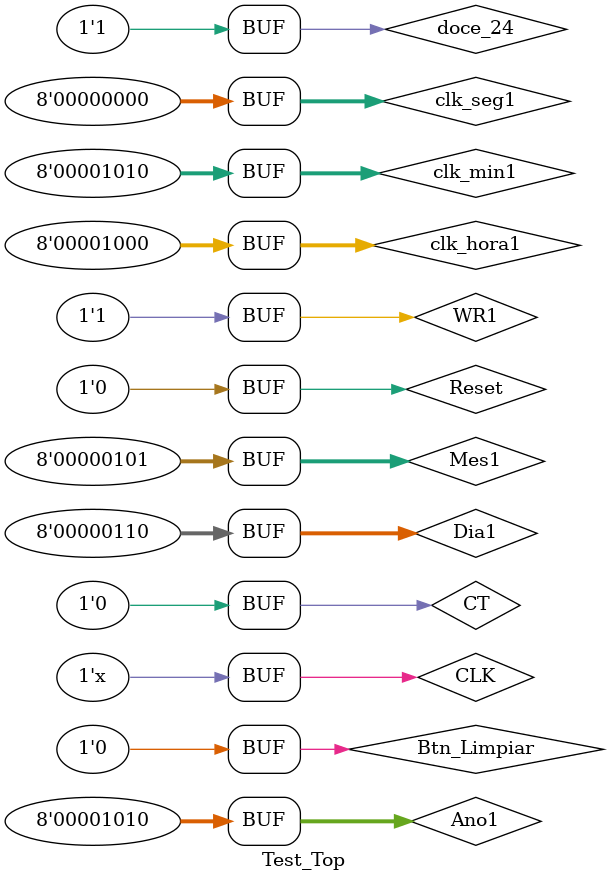
<source format=v>
`timescale 1ns / 1ps


module Test_Top;

	// Inputs
	reg CLK;
	reg Reset;
	reg WR1;
	reg CT;
	reg doce_24;
	reg Btn_Limpiar;
	reg [7:0] clk_seg1;
	reg [7:0] clk_min1;
	reg [7:0] clk_hora1;
	reg [7:0] Mes1;
	reg [7:0] Dia1;
	reg [7:0] Ano1;

	// Outputs
	wire [7:0] Mes2;
	wire [7:0] Dia2;
	wire [7:0] Ano2;
	wire [7:0] Seg2;
	wire [7:0] Min2;
	wire [7:0] Hora2;
	wire [7:0] Seg2_T;
	wire [7:0] Min2_T;
	wire [7:0] Hora2_T;
	wire WRO;
	wire CSO;
	wire ADO;
	wire RDO;

	// Bidirs
	wire [7:0] Bus_Dato_Dir;

	// Instantiate the Unit Under Test (UUT)
	Top_Instanciacion uut (
		.CLK(CLK), 
		.Reset(Reset), 
		.WR1(WR1), 
		.CT(CT),
		.doce_24(doce_24),
		.Btn_Limpiar(Btn_Limpiar),
		.clk_seg1(clk_seg1), 
		.clk_min1(clk_min1), 
		.clk_hora1(clk_hora1), 
		.Mes1(Mes1), 
		.Dia1(Dia1), 
		.Ano1(Ano1), 
		.Mes2(Mes2), 
		.Dia2(Dia2), 
		.Ano2(Ano2), 
		.Seg2(Seg2), 
		.Min2(Min2), 
		.Hora2(Hora2), 
		.Seg2_T(Seg2_T), 
		.Min2_T(Min2_T), 
		.Hora2_T(Hora2_T), 
		.WRO(WRO), 
		.CSO(CSO), 
		.ADO(ADO), 
		.RDO(RDO), 
		.Bus_Dato_Dir(Bus_Dato_Dir)
	);

	initial begin
		// Initialize Inputs
		CLK = 0;
		Reset = 0;
		WR1 = 0;
		CT = 0;
		clk_seg1 = 0;
		clk_min1 = 0;
		clk_hora1 = 0;
		Btn_Limpiar = 0;
		doce_24 = 0;
		Mes1 = 0;
		Dia1 = 0;
		Ano1 = 0;

		// Wait 100 ns for global reset to finish
		#10;
      Reset = 1;
		#10;
      Reset = 0;
		#10;
		Btn_Limpiar = 1;
		#1000;
		Btn_Limpiar = 0;
		#10;
		doce_24 = 1;
		WR1 = 0;
		#4000;
		WR1 = 1;
		CT = 1;
		clk_seg1 = 0;
		clk_min1 = 10;
		clk_hora1 = 8;
		Mes1 = 3;
		Dia1 = 15;
		Ano1 = 16;
		#4000;
		doce_24 = 1;
		CT = 0;
		Mes1 = 5;
		Dia1 = 6;
		Ano1 = 10;
		#4000;
		// Add stimulus here

	end
  always  begin
		#5	CLK = ~CLK;
		end      
endmodule


</source>
